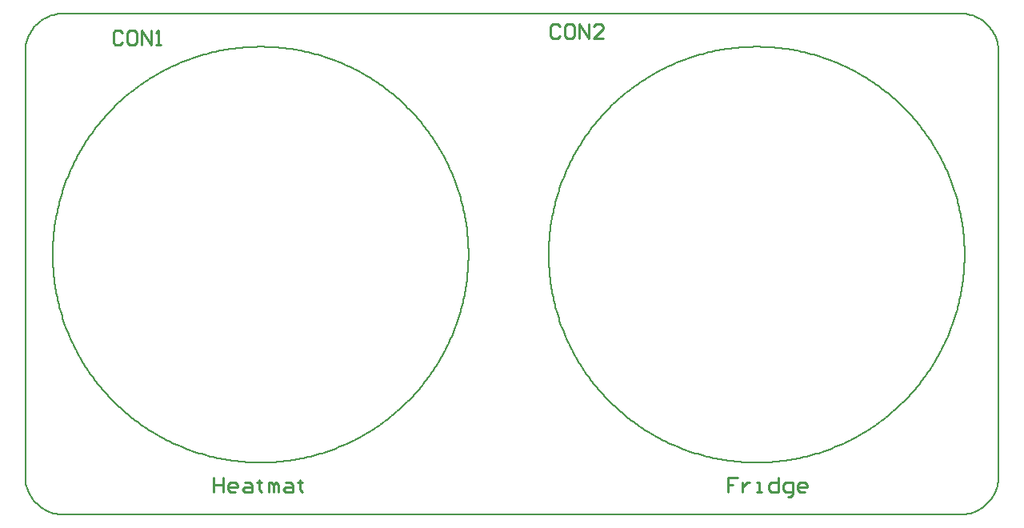
<source format=gto>
G04*
G04 #@! TF.GenerationSoftware,Altium Limited,Altium Designer,20.0.13 (296)*
G04*
G04 Layer_Color=65535*
%FSLAX25Y25*%
%MOIN*%
G70*
G01*
G75*
%ADD10C,0.00787*%
%ADD11C,0.01000*%
D10*
X559055Y314961D02*
X559049Y315961D01*
X559032Y316961D01*
X559003Y317961D01*
X558963Y318961D01*
X558911Y319960D01*
X558847Y320958D01*
X558772Y321956D01*
X558686Y322952D01*
X558588Y323948D01*
X558478Y324942D01*
X558357Y325935D01*
X558224Y326927D01*
X558081Y327917D01*
X557925Y328905D01*
X557759Y329891D01*
X557580Y330876D01*
X557391Y331858D01*
X557190Y332838D01*
X556978Y333816D01*
X556754Y334791D01*
X556520Y335764D01*
X556274Y336733D01*
X556017Y337700D01*
X555749Y338664D01*
X555469Y339624D01*
X555179Y340582D01*
X554878Y341535D01*
X554565Y342486D01*
X554242Y343432D01*
X553907Y344375D01*
X553562Y345314D01*
X553206Y346249D01*
X552840Y347180D01*
X552462Y348106D01*
X552074Y349028D01*
X551675Y349946D01*
X551266Y350859D01*
X550846Y351767D01*
X550416Y352670D01*
X549975Y353568D01*
X549524Y354461D01*
X549062Y355348D01*
X548591Y356231D01*
X548109Y357107D01*
X547617Y357979D01*
X547115Y358844D01*
X546603Y359703D01*
X546082Y360557D01*
X545550Y361405D01*
X545009Y362246D01*
X544458Y363081D01*
X543897Y363909D01*
X543327Y364732D01*
X542748Y365547D01*
X542159Y366355D01*
X541561Y367157D01*
X540953Y367952D01*
X540337Y368740D01*
X539711Y369520D01*
X539076Y370294D01*
X538433Y371060D01*
X537780Y371818D01*
X537119Y372569D01*
X536450Y373312D01*
X535771Y374048D01*
X535085Y374775D01*
X534390Y375495D01*
X533686Y376206D01*
X532975Y376909D01*
X532255Y377604D01*
X531528Y378291D01*
X530793Y378969D01*
X530049Y379639D01*
X529298Y380300D01*
X528540Y380952D01*
X527774Y381596D01*
X527001Y382230D01*
X526220Y382856D01*
X525432Y383473D01*
X524638Y384080D01*
X523836Y384679D01*
X523027Y385267D01*
X522212Y385847D01*
X521390Y386417D01*
X520561Y386978D01*
X519726Y387529D01*
X518885Y388070D01*
X518037Y388601D01*
X517184Y389123D01*
X516324Y389635D01*
X515459Y390137D01*
X514588Y390629D01*
X513711Y391110D01*
X512829Y391582D01*
X511941Y392043D01*
X511048Y392495D01*
X510150Y392935D01*
X509247Y393366D01*
X508339Y393785D01*
X507426Y394195D01*
X506509Y394594D01*
X505587Y394982D01*
X504660Y395359D01*
X503729Y395726D01*
X502795Y396082D01*
X501856Y396427D01*
X500913Y396761D01*
X499966Y397085D01*
X499016Y397397D01*
X498062Y397699D01*
X497105Y397989D01*
X496144Y398268D01*
X495180Y398537D01*
X494213Y398794D01*
X493244Y399040D01*
X492271Y399274D01*
X491296Y399498D01*
X490318Y399710D01*
X489338Y399911D01*
X488356Y400100D01*
X487372Y400278D01*
X486385Y400445D01*
X485397Y400600D01*
X484407Y400744D01*
X483416Y400877D01*
X482422Y400998D01*
X481428Y401107D01*
X480433Y401205D01*
X479436Y401292D01*
X478438Y401367D01*
X477440Y401430D01*
X476441Y401482D01*
X475441Y401523D01*
X474441Y401552D01*
X473441Y401569D01*
X472441Y401575D01*
X471440Y401569D01*
X470440Y401552D01*
X469440Y401523D01*
X468441Y401482D01*
X467442Y401430D01*
X466443Y401367D01*
X465446Y401292D01*
X464449Y401205D01*
X463453Y401107D01*
X462459Y400998D01*
X461466Y400877D01*
X460474Y400744D01*
X459484Y400600D01*
X458496Y400445D01*
X457510Y400278D01*
X456525Y400100D01*
X455543Y399910D01*
X454563Y399710D01*
X453585Y399498D01*
X452610Y399274D01*
X451638Y399039D01*
X450668Y398794D01*
X449701Y398536D01*
X448738Y398268D01*
X447777Y397989D01*
X446820Y397699D01*
X445866Y397397D01*
X444915Y397085D01*
X443969Y396761D01*
X443026Y396427D01*
X442087Y396082D01*
X441152Y395726D01*
X440221Y395359D01*
X439295Y394982D01*
X438373Y394593D01*
X437455Y394195D01*
X436543Y393785D01*
X435635Y393365D01*
X434731Y392935D01*
X433834Y392494D01*
X432940Y392043D01*
X432053Y391582D01*
X431171Y391110D01*
X430294Y390629D01*
X429423Y390137D01*
X428557Y389635D01*
X427698Y389123D01*
X426844Y388601D01*
X425997Y388070D01*
X425155Y387528D01*
X424321Y386978D01*
X423492Y386417D01*
X422670Y385847D01*
X421854Y385267D01*
X421046Y384678D01*
X420244Y384080D01*
X419449Y383473D01*
X418661Y382856D01*
X417881Y382230D01*
X417107Y381596D01*
X416342Y380952D01*
X415583Y380300D01*
X414832Y379639D01*
X414089Y378969D01*
X413354Y378291D01*
X412626Y377604D01*
X411907Y376909D01*
X411195Y376206D01*
X410492Y375495D01*
X409797Y374775D01*
X409110Y374047D01*
X408432Y373312D01*
X407762Y372569D01*
X407101Y371818D01*
X406449Y371060D01*
X405806Y370294D01*
X405171Y369520D01*
X404545Y368740D01*
X403929Y367952D01*
X403321Y367157D01*
X402723Y366355D01*
X402134Y365547D01*
X401555Y364731D01*
X400984Y363909D01*
X400424Y363081D01*
X399873Y362246D01*
X399332Y361405D01*
X398800Y360557D01*
X398278Y359704D01*
X397767Y358844D01*
X397265Y357979D01*
X396773Y357107D01*
X396291Y356231D01*
X395820Y355348D01*
X395358Y354461D01*
X394907Y353568D01*
X394466Y352670D01*
X394036Y351767D01*
X393616Y350859D01*
X393207Y349946D01*
X392808Y349029D01*
X392420Y348107D01*
X392042Y347180D01*
X391676Y346249D01*
X391320Y345315D01*
X390974Y344376D01*
X390640Y343433D01*
X390317Y342486D01*
X390004Y341536D01*
X389703Y340582D01*
X389413Y339625D01*
X389133Y338664D01*
X388865Y337700D01*
X388608Y336733D01*
X388362Y335764D01*
X388127Y334791D01*
X387904Y333816D01*
X387692Y332839D01*
X387491Y331858D01*
X387302Y330876D01*
X387123Y329892D01*
X386957Y328906D01*
X386801Y327917D01*
X386657Y326927D01*
X386525Y325936D01*
X386404Y324943D01*
X386294Y323948D01*
X386196Y322953D01*
X386110Y321956D01*
X386035Y320959D01*
X385971Y319960D01*
X385919Y318961D01*
X385879Y317962D01*
X385850Y316962D01*
X385833Y315962D01*
X385827Y314961D01*
X385833Y313961D01*
X385850Y312961D01*
X385879Y311961D01*
X385919Y310961D01*
X385971Y309962D01*
X386035Y308964D01*
X386110Y307966D01*
X386196Y306969D01*
X386294Y305974D01*
X386404Y304979D01*
X386525Y303987D01*
X386657Y302995D01*
X386801Y302005D01*
X386957Y301017D01*
X387123Y300030D01*
X387301Y299046D01*
X387491Y298064D01*
X387692Y297084D01*
X387904Y296106D01*
X388127Y295131D01*
X388362Y294158D01*
X388608Y293189D01*
X388865Y292222D01*
X389133Y291258D01*
X389412Y290298D01*
X389703Y289340D01*
X390004Y288386D01*
X390317Y287436D01*
X390640Y286489D01*
X390974Y285546D01*
X391319Y284608D01*
X391675Y283673D01*
X392042Y282742D01*
X392420Y281816D01*
X392808Y280893D01*
X393207Y279976D01*
X393616Y279063D01*
X394036Y278155D01*
X394466Y277252D01*
X394907Y276354D01*
X395358Y275461D01*
X395819Y274574D01*
X396291Y273691D01*
X396772Y272815D01*
X397264Y271943D01*
X397766Y271078D01*
X398278Y270218D01*
X398800Y269365D01*
X399331Y268517D01*
X399872Y267676D01*
X400423Y266841D01*
X400984Y266013D01*
X401554Y265191D01*
X402134Y264375D01*
X402723Y263566D01*
X403321Y262765D01*
X403928Y261970D01*
X404545Y261182D01*
X405170Y260402D01*
X405805Y259628D01*
X406449Y258862D01*
X407101Y258104D01*
X407762Y257353D01*
X408432Y256610D01*
X409110Y255874D01*
X409796Y255147D01*
X410491Y254427D01*
X411195Y253716D01*
X411906Y253013D01*
X412626Y252318D01*
X413353Y251631D01*
X414088Y250953D01*
X414832Y250283D01*
X415583Y249622D01*
X416341Y248970D01*
X417107Y248326D01*
X417880Y247691D01*
X418661Y247066D01*
X419448Y246449D01*
X420243Y245842D01*
X421045Y245244D01*
X421854Y244655D01*
X422669Y244075D01*
X423491Y243505D01*
X424320Y242944D01*
X425155Y242393D01*
X425996Y241852D01*
X426843Y241320D01*
X427697Y240799D01*
X428556Y240287D01*
X429422Y239785D01*
X430293Y239293D01*
X431170Y238811D01*
X432052Y238340D01*
X432939Y237878D01*
X433832Y237427D01*
X434730Y236987D01*
X435634Y236556D01*
X436542Y236137D01*
X437454Y235727D01*
X438372Y235328D01*
X439294Y234940D01*
X440220Y234563D01*
X441151Y234196D01*
X442086Y233840D01*
X443025Y233495D01*
X443968Y233160D01*
X444914Y232837D01*
X445865Y232524D01*
X446818Y232223D01*
X447776Y231933D01*
X448736Y231653D01*
X449700Y231385D01*
X450667Y231128D01*
X451637Y230882D01*
X452609Y230647D01*
X453584Y230424D01*
X454562Y230212D01*
X455542Y230011D01*
X456524Y229821D01*
X457509Y229643D01*
X458495Y229477D01*
X459483Y229321D01*
X460473Y229177D01*
X461465Y229045D01*
X462458Y228924D01*
X463452Y228814D01*
X464448Y228716D01*
X465445Y228629D01*
X466442Y228554D01*
X467440Y228491D01*
X468439Y228439D01*
X469439Y228398D01*
X470439Y228370D01*
X471439Y228352D01*
X472440Y228346D01*
X473440Y228352D01*
X474440Y228369D01*
X475440Y228398D01*
X476440Y228439D01*
X477439Y228491D01*
X478437Y228554D01*
X479435Y228629D01*
X480432Y228716D01*
X481427Y228814D01*
X482421Y228923D01*
X483415Y229044D01*
X484406Y229177D01*
X485396Y229321D01*
X486384Y229476D01*
X487371Y229643D01*
X488355Y229821D01*
X489337Y230011D01*
X490318Y230211D01*
X491295Y230423D01*
X492270Y230647D01*
X493243Y230882D01*
X494213Y231127D01*
X495179Y231384D01*
X496143Y231653D01*
X497104Y231932D01*
X498061Y232222D01*
X499015Y232524D01*
X499965Y232836D01*
X500912Y233160D01*
X501855Y233494D01*
X502794Y233839D01*
X503729Y234195D01*
X504660Y234562D01*
X505586Y234939D01*
X506508Y235327D01*
X507425Y235726D01*
X508338Y236136D01*
X509246Y236555D01*
X510149Y236986D01*
X511048Y237426D01*
X511940Y237878D01*
X512828Y238339D01*
X513710Y238810D01*
X514587Y239292D01*
X515458Y239784D01*
X516324Y240286D01*
X517183Y240798D01*
X518037Y241319D01*
X518884Y241851D01*
X519726Y242392D01*
X520561Y242943D01*
X521389Y243504D01*
X522211Y244074D01*
X523027Y244654D01*
X523835Y245243D01*
X524637Y245841D01*
X525432Y246448D01*
X526220Y247065D01*
X527001Y247691D01*
X527774Y248325D01*
X528540Y248969D01*
X529298Y249621D01*
X530049Y250282D01*
X530792Y250952D01*
X531528Y251630D01*
X532255Y252317D01*
X532975Y253012D01*
X533686Y253715D01*
X534389Y254426D01*
X535084Y255146D01*
X535771Y255873D01*
X536449Y256609D01*
X537119Y257352D01*
X537780Y258103D01*
X538433Y258861D01*
X539076Y259627D01*
X539711Y260401D01*
X540336Y261181D01*
X540953Y261969D01*
X541560Y262764D01*
X542159Y263566D01*
X542748Y264374D01*
X543327Y265190D01*
X543897Y266012D01*
X544458Y266840D01*
X545009Y267675D01*
X545550Y268517D01*
X546082Y269364D01*
X546603Y270218D01*
X547115Y271077D01*
X547617Y271943D01*
X548109Y272814D01*
X548591Y273691D01*
X549062Y274573D01*
X549524Y275461D01*
X549975Y276353D01*
X550416Y277252D01*
X550846Y278155D01*
X551266Y279063D01*
X551675Y279976D01*
X552074Y280893D01*
X552462Y281815D01*
X552840Y282741D01*
X553206Y283672D01*
X553562Y284607D01*
X553907Y285546D01*
X554242Y286489D01*
X554565Y287436D01*
X554878Y288386D01*
X555179Y289340D01*
X555469Y290297D01*
X555749Y291258D01*
X556017Y292222D01*
X556274Y293188D01*
X556520Y294158D01*
X556754Y295131D01*
X556978Y296106D01*
X557190Y297083D01*
X557391Y298063D01*
X557580Y299046D01*
X557759Y300030D01*
X557925Y301016D01*
X558081Y302005D01*
X558225Y302995D01*
X558357Y303986D01*
X558478Y304979D01*
X558588Y305974D01*
X558686Y306969D01*
X558772Y307966D01*
X558847Y308964D01*
X558911Y309962D01*
X558963Y310961D01*
X559003Y311961D01*
X559032Y312961D01*
X559049Y313961D01*
X559055Y314961D01*
X352362D02*
X352356Y315961D01*
X352339Y316961D01*
X352310Y317961D01*
X352270Y318961D01*
X352218Y319960D01*
X352154Y320958D01*
X352079Y321956D01*
X351993Y322952D01*
X351895Y323948D01*
X351785Y324942D01*
X351664Y325935D01*
X351532Y326927D01*
X351388Y327917D01*
X351232Y328905D01*
X351066Y329891D01*
X350887Y330876D01*
X350698Y331858D01*
X350497Y332838D01*
X350285Y333816D01*
X350062Y334791D01*
X349827Y335764D01*
X349581Y336733D01*
X349324Y337700D01*
X349056Y338664D01*
X348776Y339624D01*
X348486Y340582D01*
X348185Y341535D01*
X347872Y342486D01*
X347549Y343432D01*
X347215Y344375D01*
X346869Y345314D01*
X346513Y346249D01*
X346147Y347180D01*
X345769Y348106D01*
X345381Y349028D01*
X344982Y349946D01*
X344573Y350859D01*
X344153Y351767D01*
X343723Y352670D01*
X343282Y353568D01*
X342831Y354461D01*
X342369Y355348D01*
X341898Y356231D01*
X341416Y357107D01*
X340924Y357979D01*
X340422Y358844D01*
X339911Y359703D01*
X339389Y360557D01*
X338857Y361405D01*
X338316Y362246D01*
X337765Y363081D01*
X337205Y363909D01*
X336634Y364732D01*
X336055Y365547D01*
X335466Y366355D01*
X334868Y367157D01*
X334260Y367952D01*
X333644Y368740D01*
X333018Y369520D01*
X332383Y370294D01*
X331740Y371060D01*
X331087Y371818D01*
X330426Y372569D01*
X329757Y373312D01*
X329079Y374048D01*
X328392Y374775D01*
X327697Y375495D01*
X326993Y376206D01*
X326282Y376909D01*
X325563Y377604D01*
X324835Y378291D01*
X324100Y378969D01*
X323356Y379639D01*
X322606Y380300D01*
X321847Y380952D01*
X321081Y381596D01*
X320308Y382230D01*
X319527Y382856D01*
X318740Y383473D01*
X317945Y384080D01*
X317143Y384679D01*
X316334Y385267D01*
X315519Y385847D01*
X314697Y386417D01*
X313868Y386978D01*
X313033Y387529D01*
X312192Y388070D01*
X311345Y388601D01*
X310491Y389123D01*
X309631Y389635D01*
X308766Y390137D01*
X307895Y390629D01*
X307018Y391110D01*
X306136Y391582D01*
X305248Y392043D01*
X304355Y392495D01*
X303457Y392935D01*
X302554Y393366D01*
X301646Y393785D01*
X300733Y394195D01*
X299816Y394594D01*
X298894Y394982D01*
X297967Y395359D01*
X297037Y395726D01*
X296102Y396082D01*
X295163Y396427D01*
X294220Y396761D01*
X293273Y397085D01*
X292323Y397397D01*
X291369Y397699D01*
X290412Y397989D01*
X289451Y398268D01*
X288487Y398537D01*
X287520Y398794D01*
X286551Y399040D01*
X285578Y399274D01*
X284603Y399498D01*
X283626Y399710D01*
X282646Y399911D01*
X281663Y400100D01*
X280679Y400278D01*
X279692Y400445D01*
X278704Y400600D01*
X277714Y400744D01*
X276723Y400877D01*
X275730Y400998D01*
X274735Y401107D01*
X273740Y401205D01*
X272743Y401292D01*
X271745Y401367D01*
X270747Y401430D01*
X269748Y401482D01*
X268748Y401523D01*
X267748Y401552D01*
X266748Y401569D01*
X265748Y401575D01*
X264748Y401569D01*
X263747Y401552D01*
X262747Y401523D01*
X261748Y401482D01*
X260749Y401430D01*
X259750Y401367D01*
X258753Y401292D01*
X257756Y401205D01*
X256761Y401107D01*
X255766Y400998D01*
X254773Y400877D01*
X253782Y400744D01*
X252792Y400600D01*
X251803Y400445D01*
X250817Y400278D01*
X249833Y400100D01*
X248850Y399910D01*
X247870Y399710D01*
X246893Y399498D01*
X245918Y399274D01*
X244945Y399039D01*
X243975Y398794D01*
X243008Y398536D01*
X242045Y398268D01*
X241084Y397989D01*
X240127Y397699D01*
X239173Y397397D01*
X238223Y397085D01*
X237276Y396761D01*
X236333Y396427D01*
X235394Y396082D01*
X234459Y395726D01*
X233528Y395359D01*
X232602Y394982D01*
X231680Y394593D01*
X230763Y394195D01*
X229850Y393785D01*
X228942Y393365D01*
X228039Y392935D01*
X227140Y392494D01*
X226248Y392043D01*
X225360Y391582D01*
X224478Y391110D01*
X223601Y390629D01*
X222730Y390137D01*
X221864Y389635D01*
X221005Y389123D01*
X220151Y388601D01*
X219304Y388070D01*
X218462Y387528D01*
X217628Y386978D01*
X216799Y386417D01*
X215977Y385847D01*
X215161Y385267D01*
X214353Y384678D01*
X213551Y384080D01*
X212756Y383473D01*
X211968Y382856D01*
X211188Y382230D01*
X210415Y381596D01*
X209649Y380952D01*
X208890Y380300D01*
X208139Y379639D01*
X207396Y378969D01*
X206661Y378291D01*
X205933Y377604D01*
X205214Y376909D01*
X204502Y376206D01*
X203799Y375495D01*
X203104Y374775D01*
X202417Y374047D01*
X201739Y373312D01*
X201070Y372569D01*
X200409Y371818D01*
X199756Y371060D01*
X199113Y370294D01*
X198478Y369520D01*
X197852Y368740D01*
X197236Y367952D01*
X196628Y367157D01*
X196030Y366355D01*
X195441Y365547D01*
X194862Y364731D01*
X194291Y363909D01*
X193731Y363081D01*
X193180Y362246D01*
X192639Y361405D01*
X192107Y360557D01*
X191586Y359704D01*
X191074Y358844D01*
X190572Y357979D01*
X190080Y357107D01*
X189598Y356231D01*
X189127Y355348D01*
X188665Y354461D01*
X188214Y353568D01*
X187774Y352670D01*
X187343Y351767D01*
X186923Y350859D01*
X186514Y349946D01*
X186115Y349029D01*
X185727Y348107D01*
X185350Y347180D01*
X184983Y346249D01*
X184627Y345315D01*
X184282Y344376D01*
X183947Y343433D01*
X183624Y342486D01*
X183311Y341536D01*
X183010Y340582D01*
X182720Y339625D01*
X182440Y338664D01*
X182172Y337700D01*
X181915Y336733D01*
X181669Y335764D01*
X181435Y334791D01*
X181211Y333816D01*
X180999Y332839D01*
X180798Y331858D01*
X180609Y330876D01*
X180430Y329892D01*
X180264Y328906D01*
X180108Y327917D01*
X179964Y326927D01*
X179832Y325936D01*
X179711Y324943D01*
X179601Y323948D01*
X179503Y322953D01*
X179417Y321956D01*
X179342Y320959D01*
X179278Y319960D01*
X179226Y318961D01*
X179186Y317962D01*
X179157Y316962D01*
X179140Y315962D01*
X179134Y314961D01*
X179140Y313961D01*
X179157Y312961D01*
X179186Y311961D01*
X179226Y310961D01*
X179278Y309962D01*
X179342Y308964D01*
X179417Y307966D01*
X179503Y306969D01*
X179601Y305974D01*
X179711Y304979D01*
X179832Y303987D01*
X179964Y302995D01*
X180108Y302005D01*
X180264Y301017D01*
X180430Y300030D01*
X180608Y299046D01*
X180798Y298064D01*
X180999Y297084D01*
X181211Y296106D01*
X181434Y295131D01*
X181669Y294158D01*
X181915Y293189D01*
X182172Y292222D01*
X182440Y291258D01*
X182719Y290298D01*
X183010Y289340D01*
X183311Y288386D01*
X183624Y287436D01*
X183947Y286489D01*
X184281Y285546D01*
X184626Y284608D01*
X184982Y283673D01*
X185349Y282742D01*
X185727Y281816D01*
X186115Y280893D01*
X186514Y279976D01*
X186923Y279063D01*
X187343Y278155D01*
X187773Y277252D01*
X188214Y276354D01*
X188665Y275461D01*
X189126Y274574D01*
X189598Y273691D01*
X190079Y272815D01*
X190571Y271943D01*
X191073Y271078D01*
X191585Y270218D01*
X192107Y269365D01*
X192638Y268517D01*
X193180Y267676D01*
X193730Y266841D01*
X194291Y266013D01*
X194861Y265191D01*
X195441Y264375D01*
X196030Y263566D01*
X196628Y262765D01*
X197235Y261970D01*
X197852Y261182D01*
X198477Y260402D01*
X199112Y259628D01*
X199756Y258862D01*
X200408Y258104D01*
X201069Y257353D01*
X201739Y256610D01*
X202417Y255874D01*
X203103Y255147D01*
X203799Y254427D01*
X204502Y253716D01*
X205213Y253013D01*
X205933Y252318D01*
X206660Y251631D01*
X207396Y250953D01*
X208139Y250283D01*
X208890Y249622D01*
X209648Y248970D01*
X210414Y248326D01*
X211187Y247691D01*
X211968Y247066D01*
X212755Y246449D01*
X213550Y245842D01*
X214352Y245244D01*
X215161Y244655D01*
X215976Y244075D01*
X216798Y243505D01*
X217627Y242944D01*
X218462Y242393D01*
X219303Y241852D01*
X220150Y241320D01*
X221004Y240799D01*
X221864Y240287D01*
X222729Y239785D01*
X223600Y239293D01*
X224477Y238811D01*
X225359Y238340D01*
X226247Y237878D01*
X227139Y237427D01*
X228038Y236987D01*
X228941Y236556D01*
X229849Y236137D01*
X230762Y235727D01*
X231679Y235328D01*
X232601Y234940D01*
X233527Y234563D01*
X234458Y234196D01*
X235393Y233840D01*
X236332Y233495D01*
X237275Y233160D01*
X238221Y232837D01*
X239172Y232524D01*
X240126Y232223D01*
X241083Y231933D01*
X242043Y231653D01*
X243007Y231385D01*
X243974Y231128D01*
X244944Y230882D01*
X245916Y230647D01*
X246891Y230424D01*
X247869Y230212D01*
X248849Y230011D01*
X249831Y229821D01*
X250816Y229643D01*
X251802Y229477D01*
X252790Y229321D01*
X253780Y229177D01*
X254772Y229045D01*
X255765Y228924D01*
X256759Y228814D01*
X257755Y228716D01*
X258752Y228629D01*
X259749Y228554D01*
X260748Y228491D01*
X261747Y228439D01*
X262746Y228398D01*
X263746Y228370D01*
X264746Y228352D01*
X265747Y228346D01*
X266747Y228352D01*
X267747Y228369D01*
X268747Y228398D01*
X269747Y228439D01*
X270746Y228491D01*
X271744Y228554D01*
X272742Y228629D01*
X273739Y228716D01*
X274734Y228814D01*
X275729Y228923D01*
X276722Y229044D01*
X277713Y229177D01*
X278703Y229321D01*
X279692Y229476D01*
X280678Y229643D01*
X281662Y229821D01*
X282645Y230011D01*
X283625Y230211D01*
X284602Y230423D01*
X285577Y230647D01*
X286550Y230882D01*
X287520Y231127D01*
X288487Y231384D01*
X289450Y231653D01*
X290411Y231932D01*
X291368Y232222D01*
X292322Y232524D01*
X293272Y232836D01*
X294219Y233160D01*
X295162Y233494D01*
X296101Y233839D01*
X297036Y234195D01*
X297967Y234562D01*
X298893Y234939D01*
X299815Y235327D01*
X300733Y235726D01*
X301645Y236136D01*
X302554Y236555D01*
X303457Y236986D01*
X304355Y237426D01*
X305248Y237878D01*
X306135Y238339D01*
X307017Y238810D01*
X307894Y239292D01*
X308766Y239784D01*
X309631Y240286D01*
X310490Y240798D01*
X311344Y241319D01*
X312192Y241851D01*
X313033Y242392D01*
X313868Y242943D01*
X314696Y243504D01*
X315518Y244074D01*
X316334Y244654D01*
X317143Y245243D01*
X317944Y245841D01*
X318739Y246448D01*
X319527Y247065D01*
X320308Y247691D01*
X321081Y248325D01*
X321847Y248969D01*
X322605Y249621D01*
X323356Y250282D01*
X324099Y250952D01*
X324835Y251630D01*
X325562Y252317D01*
X326282Y253012D01*
X326993Y253715D01*
X327697Y254426D01*
X328392Y255146D01*
X329078Y255873D01*
X329756Y256609D01*
X330426Y257352D01*
X331087Y258103D01*
X331740Y258861D01*
X332383Y259627D01*
X333018Y260401D01*
X333643Y261181D01*
X334260Y261969D01*
X334868Y262764D01*
X335466Y263566D01*
X336055Y264374D01*
X336634Y265190D01*
X337204Y266012D01*
X337765Y266840D01*
X338316Y267675D01*
X338857Y268517D01*
X339389Y269364D01*
X339911Y270218D01*
X340422Y271077D01*
X340924Y271943D01*
X341416Y272814D01*
X341898Y273691D01*
X342369Y274573D01*
X342831Y275461D01*
X343282Y276353D01*
X343723Y277252D01*
X344153Y278155D01*
X344573Y279063D01*
X344982Y279976D01*
X345381Y280893D01*
X345769Y281815D01*
X346147Y282741D01*
X346513Y283672D01*
X346869Y284607D01*
X347215Y285546D01*
X347549Y286489D01*
X347872Y287436D01*
X348185Y288386D01*
X348486Y289340D01*
X348777Y290297D01*
X349056Y291258D01*
X349324Y292222D01*
X349581Y293188D01*
X349827Y294158D01*
X350062Y295131D01*
X350285Y296106D01*
X350497Y297083D01*
X350698Y298063D01*
X350887Y299046D01*
X351066Y300030D01*
X351232Y301016D01*
X351388Y302005D01*
X351532Y302995D01*
X351664Y303986D01*
X351785Y304979D01*
X351895Y305974D01*
X351993Y306969D01*
X352079Y307966D01*
X352154Y308964D01*
X352218Y309962D01*
X352270Y310961D01*
X352310Y311961D01*
X352339Y312961D01*
X352356Y313961D01*
X352362Y314961D01*
X183465Y415354D02*
X182476Y415323D01*
X181491Y415230D01*
X180514Y415075D01*
X179548Y414860D01*
X178598Y414584D01*
X177667Y414248D01*
X176759Y413856D01*
X175878Y413406D01*
X175026Y412903D01*
X174208Y412347D01*
X173426Y411740D01*
X172684Y411086D01*
X171985Y410387D01*
X171330Y409645D01*
X170724Y408863D01*
X170168Y408044D01*
X169665Y407193D01*
X169215Y406312D01*
X168822Y405404D01*
X168487Y404473D01*
X168211Y403523D01*
X167996Y402557D01*
X167841Y401580D01*
X167748Y400595D01*
X167717Y399606D01*
Y222441D02*
X167748Y221452D01*
X167841Y220467D01*
X167996Y219490D01*
X168211Y218525D01*
X168487Y217575D01*
X168822Y216644D01*
X169215Y215736D01*
X169665Y214854D01*
X170168Y214003D01*
X170724Y213184D01*
X171330Y212403D01*
X171985Y211661D01*
X172684Y210961D01*
X173426Y210307D01*
X174208Y209700D01*
X175026Y209144D01*
X175878Y208641D01*
X176759Y208192D01*
X177667Y207799D01*
X178598Y207464D01*
X179548Y207188D01*
X180514Y206972D01*
X181491Y206817D01*
X182476Y206724D01*
X183465Y206693D01*
X557480D02*
X558469Y206724D01*
X559454Y206817D01*
X560431Y206972D01*
X561397Y207188D01*
X562347Y207464D01*
X563278Y207799D01*
X564185Y208192D01*
X565067Y208641D01*
X565918Y209144D01*
X566737Y209700D01*
X567519Y210307D01*
X568261Y210961D01*
X568960Y211661D01*
X569614Y212403D01*
X570221Y213184D01*
X570777Y214003D01*
X571280Y214854D01*
X571730Y215736D01*
X572122Y216644D01*
X572458Y217575D01*
X572734Y218525D01*
X572949Y219490D01*
X573104Y220467D01*
X573197Y221452D01*
X573228Y222441D01*
Y399606D02*
X573197Y400595D01*
X573104Y401580D01*
X572949Y402557D01*
X572734Y403523D01*
X572458Y404473D01*
X572122Y405404D01*
X571730Y406312D01*
X571280Y407193D01*
X570777Y408044D01*
X570221Y408863D01*
X569614Y409645D01*
X568960Y410387D01*
X568261Y411086D01*
X567519Y411740D01*
X566737Y412347D01*
X565918Y412903D01*
X565067Y413406D01*
X564185Y413856D01*
X563277Y414248D01*
X562347Y414584D01*
X561397Y414860D01*
X560431Y415075D01*
X559454Y415230D01*
X558469Y415323D01*
X557480Y415354D01*
X183465D02*
X557480D01*
X167717Y222441D02*
Y399606D01*
X183465Y206693D02*
X557480D01*
X573228Y222441D02*
Y399606D01*
D11*
X208329Y407361D02*
X207330Y408360D01*
X205330D01*
X204331Y407361D01*
Y403362D01*
X205330Y402362D01*
X207330D01*
X208329Y403362D01*
X213328Y408360D02*
X211329D01*
X210329Y407361D01*
Y403362D01*
X211329Y402362D01*
X213328D01*
X214328Y403362D01*
Y407361D01*
X213328Y408360D01*
X216327Y402362D02*
Y408360D01*
X220325Y402362D01*
Y408360D01*
X222325Y402362D02*
X224324D01*
X223325D01*
Y408360D01*
X222325Y407361D01*
X246063Y222140D02*
Y216142D01*
Y219141D01*
X250062D01*
Y222140D01*
Y216142D01*
X255060D02*
X253061D01*
X252061Y217141D01*
Y219141D01*
X253061Y220140D01*
X255060D01*
X256060Y219141D01*
Y218141D01*
X252061D01*
X259059Y220140D02*
X261058D01*
X262058Y219141D01*
Y216142D01*
X259059D01*
X258059Y217141D01*
X259059Y218141D01*
X262058D01*
X265057Y221140D02*
Y220140D01*
X264057D01*
X266056D01*
X265057D01*
Y217141D01*
X266056Y216142D01*
X269056D02*
Y220140D01*
X270055D01*
X271055Y219141D01*
Y216142D01*
Y219141D01*
X272055Y220140D01*
X273054Y219141D01*
Y216142D01*
X276053Y220140D02*
X278053D01*
X279052Y219141D01*
Y216142D01*
X276053D01*
X275054Y217141D01*
X276053Y218141D01*
X279052D01*
X282051Y221140D02*
Y220140D01*
X281052D01*
X283051D01*
X282051D01*
Y217141D01*
X283051Y216142D01*
X390399Y409998D02*
X389399Y410998D01*
X387400D01*
X386400Y409998D01*
Y406000D01*
X387400Y405000D01*
X389399D01*
X390399Y406000D01*
X395397Y410998D02*
X393398D01*
X392398Y409998D01*
Y406000D01*
X393398Y405000D01*
X395397D01*
X396397Y406000D01*
Y409998D01*
X395397Y410998D01*
X398396Y405000D02*
Y410998D01*
X402395Y405000D01*
Y410998D01*
X408393Y405000D02*
X404394D01*
X408393Y408999D01*
Y409998D01*
X407393Y410998D01*
X405394D01*
X404394Y409998D01*
X464629Y222140D02*
X460630D01*
Y219141D01*
X462629D01*
X460630D01*
Y216142D01*
X466628Y220140D02*
Y216142D01*
Y218141D01*
X467628Y219141D01*
X468627Y220140D01*
X469627D01*
X472626Y216142D02*
X474625D01*
X473626D01*
Y220140D01*
X472626D01*
X481623Y222140D02*
Y216142D01*
X478624D01*
X477624Y217141D01*
Y219141D01*
X478624Y220140D01*
X481623D01*
X485622Y214142D02*
X486622D01*
X487621Y215142D01*
Y220140D01*
X484622D01*
X483623Y219141D01*
Y217141D01*
X484622Y216142D01*
X487621D01*
X492620D02*
X490620D01*
X489620Y217141D01*
Y219141D01*
X490620Y220140D01*
X492620D01*
X493619Y219141D01*
Y218141D01*
X489620D01*
M02*

</source>
